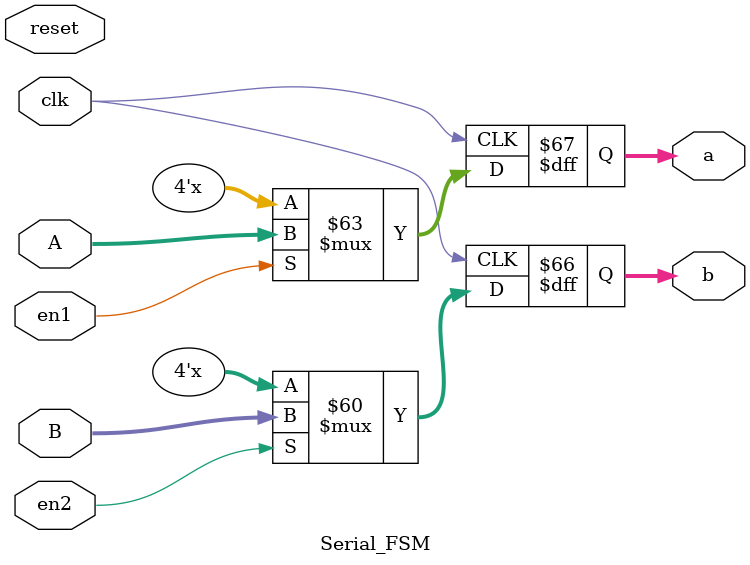
<source format=v>
/*
	Digital Design Project SEM 5
	by Muhammad Iman Bin Zainudin
*/
module Serial_FSM (clk,reset,A,a,B,b,en1,en2);

input clk,reset,en1,en2;
input[0:3] A,B;
output[0:3]a,b;
reg[0:3]y, Y, s, a, b;
localparam G0=4'b0000, G1=4'b0001, H0=4'b0010, H1=4'b0011;

//shift register
always@(posedge clk)
begin
if(en1)
a<=A;
else
a=4'bzzzz;
end

always@(posedge clk)
begin
if(en2)
b<=B;
else
b=4'bzzzz;
end

//State register
always@(posedge clk, posedge reset)
begin
if(reset)
y=G0;

else
y<=Y;
end


//next state and output 
always@(y,a,b)
case (y)
G0: begin
s=0;
case ({a,b})
2'b00:Y=G0;
2'b01:Y=G1;
2'b10:Y=G1;
2'b11:Y=H0;
endcase
end


G1:begin
s=1;
case({a,b})
2'b00:Y=G0;
2'b01:Y=G1;
2'b10:Y=G1;
2'b11:Y=H0;
endcase
end


H0:begin
s=0;
case({a,b})
2'b00:Y=G1;
2'b01:Y=H0;
2'b10:Y=H0;
2'b11:Y=H1;
endcase
end


H1:begin
s=1;
case({a,b})
2'b00:Y=G0;
2'b01:Y=H0;
2'b10:Y=H0;
2'b11:Y=H1;
endcase
end


endcase
endmodule
</source>
